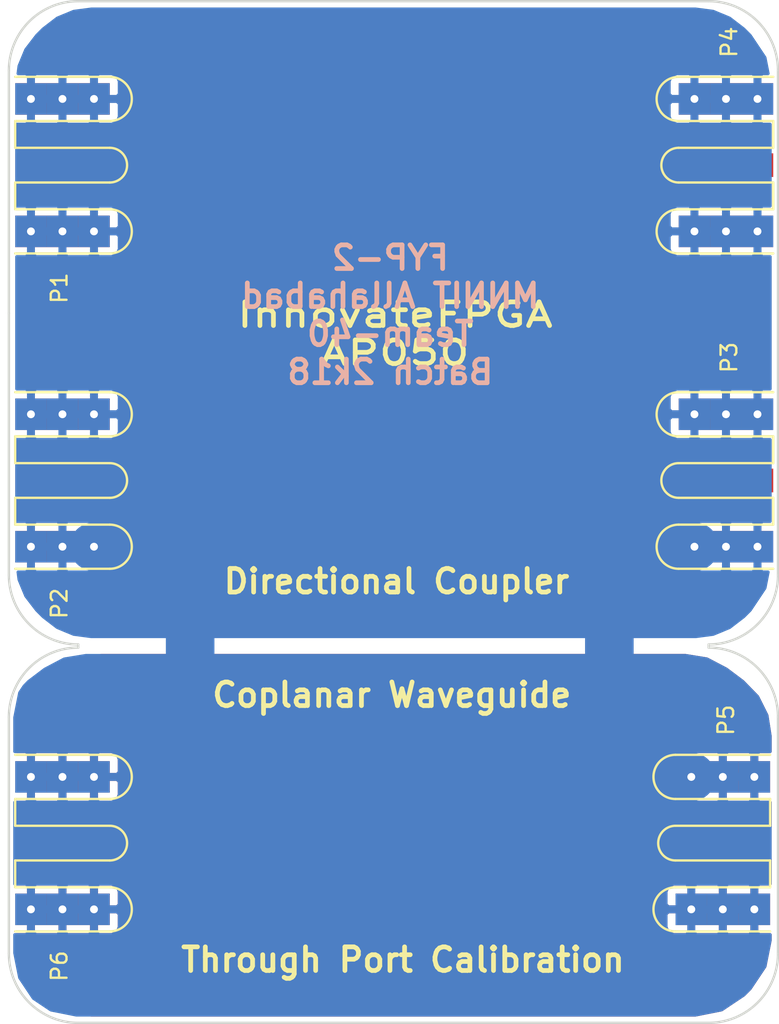
<source format=kicad_pcb>
(kicad_pcb (version 4) (host pcbnew 4.0.2+dfsg1-stable)

  (general
    (links 38)
    (no_connects 0)
    (area 125.036363 80.524999 174.475001 145.475001)
    (thickness 1.6)
    (drawings 22)
    (tracks 68)
    (zones 0)
    (modules 6)
    (nets 5)
  )

  (page A4)
  (layers
    (0 F.Cu signal)
    (31 B.Cu signal)
    (32 B.Adhes user)
    (33 F.Adhes user)
    (34 B.Paste user)
    (35 F.Paste user)
    (36 B.SilkS user)
    (37 F.SilkS user)
    (38 B.Mask user)
    (39 F.Mask user)
    (40 Dwgs.User user)
    (41 Cmts.User user)
    (42 Eco1.User user)
    (43 Eco2.User user)
    (44 Edge.Cuts user)
    (45 Margin user)
    (46 B.CrtYd user)
    (47 F.CrtYd user)
    (48 B.Fab user)
    (49 F.Fab user)
  )

  (setup
    (last_trace_width 0.25)
    (user_trace_width 1)
    (user_trace_width 3.083)
    (trace_clearance 0.2)
    (zone_clearance 0.2)
    (zone_45_only no)
    (trace_min 0.2)
    (segment_width 0.2)
    (edge_width 0.15)
    (via_size 0.6)
    (via_drill 0.4)
    (via_min_size 0.4)
    (via_min_drill 0.3)
    (user_via 0.4 0.3)
    (user_via 0.4 0.3)
    (uvia_size 0.3)
    (uvia_drill 0.1)
    (uvias_allowed no)
    (uvia_min_size 0.2)
    (uvia_min_drill 0.1)
    (pcb_text_width 0.3)
    (pcb_text_size 1.5 1.5)
    (mod_edge_width 0.15)
    (mod_text_size 1 1)
    (mod_text_width 0.15)
    (pad_size 1.524 1.524)
    (pad_drill 0.762)
    (pad_to_mask_clearance 0.2)
    (aux_axis_origin 0 0)
    (visible_elements FFFFFF7F)
    (pcbplotparams
      (layerselection 0x00030_80000001)
      (usegerberextensions false)
      (excludeedgelayer true)
      (linewidth 0.100000)
      (plotframeref false)
      (viasonmask false)
      (mode 1)
      (useauxorigin false)
      (hpglpennumber 1)
      (hpglpenspeed 20)
      (hpglpendiameter 15)
      (hpglpenoverlay 2)
      (psnegative false)
      (psa4output false)
      (plotreference true)
      (plotvalue true)
      (plotinvisibletext false)
      (padsonsilk false)
      (subtractmaskfromsilk false)
      (outputformat 1)
      (mirror false)
      (drillshape 1)
      (scaleselection 1)
      (outputdirectory ""))
  )

  (net 0 "")
  (net 1 GND)
  (net 2 "Net-(P1-Pad1)")
  (net 3 "Net-(P2-Pad1)")
  (net 4 "Net-(P5-Pad1)")

  (net_class Default "This is the default net class."
    (clearance 0.2)
    (trace_width 0.25)
    (via_dia 0.6)
    (via_drill 0.4)
    (uvia_dia 0.3)
    (uvia_drill 0.1)
    (add_net GND)
    (add_net "Net-(P1-Pad1)")
    (add_net "Net-(P2-Pad1)")
    (add_net "Net-(P5-Pad1)")
  )

  (module DAQ:SMA (layer F.Cu) (tedit 5ABB7DF9) (tstamp 5AC88A8A)
    (at 128 91 90)
    (path /5AC7B71F)
    (fp_text reference P1 (at -7.8 0.8 90) (layer F.SilkS)
      (effects (font (size 1 1) (thickness 0.15)))
    )
    (fp_text value SMA (at 7.3 1.2 90) (layer F.Fab)
      (effects (font (size 1 1) (thickness 0.15)))
    )
    (fp_arc (start 4.2 4) (end 5.6 4) (angle 180) (layer F.SilkS) (width 0.15))
    (fp_line (start 2.8 -2) (end 2.8 4) (layer F.SilkS) (width 0.15))
    (fp_line (start 1.1 -2) (end 2.8 -2) (layer F.SilkS) (width 0.15))
    (fp_line (start 1.1 4) (end 1.1 -2) (layer F.SilkS) (width 0.15))
    (fp_arc (start 0 4) (end 1.1 4) (angle 180) (layer F.SilkS) (width 0.15))
    (fp_line (start -1.1 -2) (end -1.1 4) (layer F.SilkS) (width 0.15))
    (fp_line (start -2.8 -2) (end -1.1 -2) (layer F.SilkS) (width 0.15))
    (fp_line (start -2.8 4) (end -2.8 -2) (layer F.SilkS) (width 0.15))
    (fp_arc (start -4.2 4) (end -2.8 4) (angle 180) (layer F.SilkS) (width 0.15))
    (fp_line (start 5.6 -2) (end 5.6 4) (layer F.SilkS) (width 0.15))
    (fp_line (start -5.6 -2) (end -5.6 4) (layer F.SilkS) (width 0.15))
    (pad 2 thru_hole rect (at -4.2 -1 90) (size 2 2) (drill 0.5) (layers *.Cu *.Paste *.Mask)
      (net 1 GND))
    (pad 2 thru_hole rect (at -4.2 1 90) (size 2 2) (drill 0.5) (layers *.Cu *.Paste *.Mask)
      (net 1 GND))
    (pad 2 thru_hole rect (at -4.2 3 90) (size 2 2) (drill 0.5) (layers *.Cu *.Paste *.Mask)
      (net 1 GND))
    (pad 2 thru_hole rect (at 4.2 -1 90) (size 2 2) (drill 0.5) (layers *.Cu *.Paste *.Mask)
      (net 1 GND))
    (pad 2 thru_hole rect (at 4.2 1 90) (size 2 2) (drill 0.5) (layers *.Cu *.Paste *.Mask)
      (net 1 GND))
    (pad 2 thru_hole rect (at 4.2 3 90) (size 2 2) (drill 0.5) (layers *.Cu *.Paste *.Mask)
      (net 1 GND))
    (pad 1 smd rect (at 0 1 90) (size 1.5 6) (layers F.Cu F.Paste F.Mask)
      (net 2 "Net-(P1-Pad1)"))
    (model "../../../../../media/subha/Study Materials/Git/Microwave_Sensor_FYP2/KiCAD_PCB_Design/DAQ/SMA_Board_Edge_Molex_732511150.wrl"
      (at (xyz 0 0.075 0))
      (scale (xyz 0.4 0.4 0.4))
      (rotate (xyz 0 0 180))
    )
  )

  (module DAQ:SMA (layer F.Cu) (tedit 5ABB7DF9) (tstamp 5AC88AA0)
    (at 128 111 90)
    (path /5AC7B788)
    (fp_text reference P2 (at -7.8 0.8 90) (layer F.SilkS)
      (effects (font (size 1 1) (thickness 0.15)))
    )
    (fp_text value SMA (at 7.3 1.2 90) (layer F.Fab)
      (effects (font (size 1 1) (thickness 0.15)))
    )
    (fp_arc (start 4.2 4) (end 5.6 4) (angle 180) (layer F.SilkS) (width 0.15))
    (fp_line (start 2.8 -2) (end 2.8 4) (layer F.SilkS) (width 0.15))
    (fp_line (start 1.1 -2) (end 2.8 -2) (layer F.SilkS) (width 0.15))
    (fp_line (start 1.1 4) (end 1.1 -2) (layer F.SilkS) (width 0.15))
    (fp_arc (start 0 4) (end 1.1 4) (angle 180) (layer F.SilkS) (width 0.15))
    (fp_line (start -1.1 -2) (end -1.1 4) (layer F.SilkS) (width 0.15))
    (fp_line (start -2.8 -2) (end -1.1 -2) (layer F.SilkS) (width 0.15))
    (fp_line (start -2.8 4) (end -2.8 -2) (layer F.SilkS) (width 0.15))
    (fp_arc (start -4.2 4) (end -2.8 4) (angle 180) (layer F.SilkS) (width 0.15))
    (fp_line (start 5.6 -2) (end 5.6 4) (layer F.SilkS) (width 0.15))
    (fp_line (start -5.6 -2) (end -5.6 4) (layer F.SilkS) (width 0.15))
    (pad 2 thru_hole rect (at -4.2 -1 90) (size 2 2) (drill 0.5) (layers *.Cu *.Paste *.Mask)
      (net 1 GND))
    (pad 2 thru_hole rect (at -4.2 1 90) (size 2 2) (drill 0.5) (layers *.Cu *.Paste *.Mask)
      (net 1 GND))
    (pad 2 thru_hole rect (at -4.2 3 90) (size 2 2) (drill 0.5) (layers *.Cu *.Paste *.Mask)
      (net 1 GND))
    (pad 2 thru_hole rect (at 4.2 -1 90) (size 2 2) (drill 0.5) (layers *.Cu *.Paste *.Mask)
      (net 1 GND))
    (pad 2 thru_hole rect (at 4.2 1 90) (size 2 2) (drill 0.5) (layers *.Cu *.Paste *.Mask)
      (net 1 GND))
    (pad 2 thru_hole rect (at 4.2 3 90) (size 2 2) (drill 0.5) (layers *.Cu *.Paste *.Mask)
      (net 1 GND))
    (pad 1 smd rect (at 0 1 90) (size 1.5 6) (layers F.Cu F.Paste F.Mask)
      (net 3 "Net-(P2-Pad1)"))
    (model "../../../../../media/subha/Study Materials/Git/Microwave_Sensor_FYP2/KiCAD_PCB_Design/DAQ/SMA_Board_Edge_Molex_732511150.wrl"
      (at (xyz 0 0.075 0))
      (scale (xyz 0.4 0.4 0.4))
      (rotate (xyz 0 0 180))
    )
  )

  (module DAQ:SMA (layer F.Cu) (tedit 5ABB7DF9) (tstamp 5AC88AB6)
    (at 172.1 111 270)
    (path /5AC7B74A)
    (fp_text reference P3 (at -7.8 0.8 270) (layer F.SilkS)
      (effects (font (size 1 1) (thickness 0.15)))
    )
    (fp_text value SMA (at 7.3 1.2 270) (layer F.Fab)
      (effects (font (size 1 1) (thickness 0.15)))
    )
    (fp_arc (start 4.2 4) (end 5.6 4) (angle 180) (layer F.SilkS) (width 0.15))
    (fp_line (start 2.8 -2) (end 2.8 4) (layer F.SilkS) (width 0.15))
    (fp_line (start 1.1 -2) (end 2.8 -2) (layer F.SilkS) (width 0.15))
    (fp_line (start 1.1 4) (end 1.1 -2) (layer F.SilkS) (width 0.15))
    (fp_arc (start 0 4) (end 1.1 4) (angle 180) (layer F.SilkS) (width 0.15))
    (fp_line (start -1.1 -2) (end -1.1 4) (layer F.SilkS) (width 0.15))
    (fp_line (start -2.8 -2) (end -1.1 -2) (layer F.SilkS) (width 0.15))
    (fp_line (start -2.8 4) (end -2.8 -2) (layer F.SilkS) (width 0.15))
    (fp_arc (start -4.2 4) (end -2.8 4) (angle 180) (layer F.SilkS) (width 0.15))
    (fp_line (start 5.6 -2) (end 5.6 4) (layer F.SilkS) (width 0.15))
    (fp_line (start -5.6 -2) (end -5.6 4) (layer F.SilkS) (width 0.15))
    (pad 2 thru_hole rect (at -4.2 -1 270) (size 2 2) (drill 0.5) (layers *.Cu *.Paste *.Mask)
      (net 1 GND))
    (pad 2 thru_hole rect (at -4.2 1 270) (size 2 2) (drill 0.5) (layers *.Cu *.Paste *.Mask)
      (net 1 GND))
    (pad 2 thru_hole rect (at -4.2 3 270) (size 2 2) (drill 0.5) (layers *.Cu *.Paste *.Mask)
      (net 1 GND))
    (pad 2 thru_hole rect (at 4.2 -1 270) (size 2 2) (drill 0.5) (layers *.Cu *.Paste *.Mask)
      (net 1 GND))
    (pad 2 thru_hole rect (at 4.2 1 270) (size 2 2) (drill 0.5) (layers *.Cu *.Paste *.Mask)
      (net 1 GND))
    (pad 2 thru_hole rect (at 4.2 3 270) (size 2 2) (drill 0.5) (layers *.Cu *.Paste *.Mask)
      (net 1 GND))
    (pad 1 smd rect (at 0 1 270) (size 1.5 6) (layers F.Cu F.Paste F.Mask)
      (net 3 "Net-(P2-Pad1)"))
    (model "../../../../../media/subha/Study Materials/Git/Microwave_Sensor_FYP2/KiCAD_PCB_Design/DAQ/SMA_Board_Edge_Molex_732511150.wrl"
      (at (xyz 0 0.075 0))
      (scale (xyz 0.4 0.4 0.4))
      (rotate (xyz 0 0 180))
    )
  )

  (module DAQ:SMA (layer F.Cu) (tedit 5ABB7DF9) (tstamp 5AC88ACC)
    (at 172.1 91 270)
    (path /5AC7B6A3)
    (fp_text reference P4 (at -7.8 0.8 270) (layer F.SilkS)
      (effects (font (size 1 1) (thickness 0.15)))
    )
    (fp_text value SMA (at 7.3 1.2 270) (layer F.Fab)
      (effects (font (size 1 1) (thickness 0.15)))
    )
    (fp_arc (start 4.2 4) (end 5.6 4) (angle 180) (layer F.SilkS) (width 0.15))
    (fp_line (start 2.8 -2) (end 2.8 4) (layer F.SilkS) (width 0.15))
    (fp_line (start 1.1 -2) (end 2.8 -2) (layer F.SilkS) (width 0.15))
    (fp_line (start 1.1 4) (end 1.1 -2) (layer F.SilkS) (width 0.15))
    (fp_arc (start 0 4) (end 1.1 4) (angle 180) (layer F.SilkS) (width 0.15))
    (fp_line (start -1.1 -2) (end -1.1 4) (layer F.SilkS) (width 0.15))
    (fp_line (start -2.8 -2) (end -1.1 -2) (layer F.SilkS) (width 0.15))
    (fp_line (start -2.8 4) (end -2.8 -2) (layer F.SilkS) (width 0.15))
    (fp_arc (start -4.2 4) (end -2.8 4) (angle 180) (layer F.SilkS) (width 0.15))
    (fp_line (start 5.6 -2) (end 5.6 4) (layer F.SilkS) (width 0.15))
    (fp_line (start -5.6 -2) (end -5.6 4) (layer F.SilkS) (width 0.15))
    (pad 2 thru_hole rect (at -4.2 -1 270) (size 2 2) (drill 0.5) (layers *.Cu *.Paste *.Mask)
      (net 1 GND))
    (pad 2 thru_hole rect (at -4.2 1 270) (size 2 2) (drill 0.5) (layers *.Cu *.Paste *.Mask)
      (net 1 GND))
    (pad 2 thru_hole rect (at -4.2 3 270) (size 2 2) (drill 0.5) (layers *.Cu *.Paste *.Mask)
      (net 1 GND))
    (pad 2 thru_hole rect (at 4.2 -1 270) (size 2 2) (drill 0.5) (layers *.Cu *.Paste *.Mask)
      (net 1 GND))
    (pad 2 thru_hole rect (at 4.2 1 270) (size 2 2) (drill 0.5) (layers *.Cu *.Paste *.Mask)
      (net 1 GND))
    (pad 2 thru_hole rect (at 4.2 3 270) (size 2 2) (drill 0.5) (layers *.Cu *.Paste *.Mask)
      (net 1 GND))
    (pad 1 smd rect (at 0 1 270) (size 1.5 6) (layers F.Cu F.Paste F.Mask)
      (net 2 "Net-(P1-Pad1)"))
    (model "../../../../../media/subha/Study Materials/Git/Microwave_Sensor_FYP2/KiCAD_PCB_Design/DAQ/SMA_Board_Edge_Molex_732511150.wrl"
      (at (xyz 0 0.075 0))
      (scale (xyz 0.4 0.4 0.4))
      (rotate (xyz 0 0 180))
    )
  )

  (module DAQ:SMA (layer F.Cu) (tedit 5ABB7DF9) (tstamp 5AC88AE2)
    (at 171.9 134 270)
    (path /5AC7C2E1)
    (fp_text reference P5 (at -7.8 0.8 270) (layer F.SilkS)
      (effects (font (size 1 1) (thickness 0.15)))
    )
    (fp_text value SMA (at 7.3 1.2 270) (layer F.Fab)
      (effects (font (size 1 1) (thickness 0.15)))
    )
    (fp_arc (start 4.2 4) (end 5.6 4) (angle 180) (layer F.SilkS) (width 0.15))
    (fp_line (start 2.8 -2) (end 2.8 4) (layer F.SilkS) (width 0.15))
    (fp_line (start 1.1 -2) (end 2.8 -2) (layer F.SilkS) (width 0.15))
    (fp_line (start 1.1 4) (end 1.1 -2) (layer F.SilkS) (width 0.15))
    (fp_arc (start 0 4) (end 1.1 4) (angle 180) (layer F.SilkS) (width 0.15))
    (fp_line (start -1.1 -2) (end -1.1 4) (layer F.SilkS) (width 0.15))
    (fp_line (start -2.8 -2) (end -1.1 -2) (layer F.SilkS) (width 0.15))
    (fp_line (start -2.8 4) (end -2.8 -2) (layer F.SilkS) (width 0.15))
    (fp_arc (start -4.2 4) (end -2.8 4) (angle 180) (layer F.SilkS) (width 0.15))
    (fp_line (start 5.6 -2) (end 5.6 4) (layer F.SilkS) (width 0.15))
    (fp_line (start -5.6 -2) (end -5.6 4) (layer F.SilkS) (width 0.15))
    (pad 2 thru_hole rect (at -4.2 -1 270) (size 2 2) (drill 0.5) (layers *.Cu *.Paste *.Mask)
      (net 1 GND))
    (pad 2 thru_hole rect (at -4.2 1 270) (size 2 2) (drill 0.5) (layers *.Cu *.Paste *.Mask)
      (net 1 GND))
    (pad 2 thru_hole rect (at -4.2 3 270) (size 2 2) (drill 0.5) (layers *.Cu *.Paste *.Mask)
      (net 1 GND))
    (pad 2 thru_hole rect (at 4.2 -1 270) (size 2 2) (drill 0.5) (layers *.Cu *.Paste *.Mask)
      (net 1 GND))
    (pad 2 thru_hole rect (at 4.2 1 270) (size 2 2) (drill 0.5) (layers *.Cu *.Paste *.Mask)
      (net 1 GND))
    (pad 2 thru_hole rect (at 4.2 3 270) (size 2 2) (drill 0.5) (layers *.Cu *.Paste *.Mask)
      (net 1 GND))
    (pad 1 smd rect (at 0 1 270) (size 1.5 6) (layers F.Cu F.Paste F.Mask)
      (net 4 "Net-(P5-Pad1)"))
    (model "../../../../../media/subha/Study Materials/Git/Microwave_Sensor_FYP2/KiCAD_PCB_Design/DAQ/SMA_Board_Edge_Molex_732511150.wrl"
      (at (xyz 0 0.075 0))
      (scale (xyz 0.4 0.4 0.4))
      (rotate (xyz 0 0 180))
    )
  )

  (module DAQ:SMA (layer F.Cu) (tedit 5ABB7DF9) (tstamp 5AC88AF8)
    (at 128 134 90)
    (path /5AC7C2DB)
    (fp_text reference P6 (at -7.8 0.8 90) (layer F.SilkS)
      (effects (font (size 1 1) (thickness 0.15)))
    )
    (fp_text value SMA (at 7.3 1.2 90) (layer F.Fab)
      (effects (font (size 1 1) (thickness 0.15)))
    )
    (fp_arc (start 4.2 4) (end 5.6 4) (angle 180) (layer F.SilkS) (width 0.15))
    (fp_line (start 2.8 -2) (end 2.8 4) (layer F.SilkS) (width 0.15))
    (fp_line (start 1.1 -2) (end 2.8 -2) (layer F.SilkS) (width 0.15))
    (fp_line (start 1.1 4) (end 1.1 -2) (layer F.SilkS) (width 0.15))
    (fp_arc (start 0 4) (end 1.1 4) (angle 180) (layer F.SilkS) (width 0.15))
    (fp_line (start -1.1 -2) (end -1.1 4) (layer F.SilkS) (width 0.15))
    (fp_line (start -2.8 -2) (end -1.1 -2) (layer F.SilkS) (width 0.15))
    (fp_line (start -2.8 4) (end -2.8 -2) (layer F.SilkS) (width 0.15))
    (fp_arc (start -4.2 4) (end -2.8 4) (angle 180) (layer F.SilkS) (width 0.15))
    (fp_line (start 5.6 -2) (end 5.6 4) (layer F.SilkS) (width 0.15))
    (fp_line (start -5.6 -2) (end -5.6 4) (layer F.SilkS) (width 0.15))
    (pad 2 thru_hole rect (at -4.2 -1 90) (size 2 2) (drill 0.5) (layers *.Cu *.Paste *.Mask)
      (net 1 GND))
    (pad 2 thru_hole rect (at -4.2 1 90) (size 2 2) (drill 0.5) (layers *.Cu *.Paste *.Mask)
      (net 1 GND))
    (pad 2 thru_hole rect (at -4.2 3 90) (size 2 2) (drill 0.5) (layers *.Cu *.Paste *.Mask)
      (net 1 GND))
    (pad 2 thru_hole rect (at 4.2 -1 90) (size 2 2) (drill 0.5) (layers *.Cu *.Paste *.Mask)
      (net 1 GND))
    (pad 2 thru_hole rect (at 4.2 1 90) (size 2 2) (drill 0.5) (layers *.Cu *.Paste *.Mask)
      (net 1 GND))
    (pad 2 thru_hole rect (at 4.2 3 90) (size 2 2) (drill 0.5) (layers *.Cu *.Paste *.Mask)
      (net 1 GND))
    (pad 1 smd rect (at 0 1 90) (size 1.5 6) (layers F.Cu F.Paste F.Mask)
      (net 4 "Net-(P5-Pad1)"))
    (model "../../../../../media/subha/Study Materials/Git/Microwave_Sensor_FYP2/KiCAD_PCB_Design/DAQ/SMA_Board_Edge_Molex_732511150.wrl"
      (at (xyz 0 0.075 0))
      (scale (xyz 0.4 0.4 0.4))
      (rotate (xyz 0 0 180))
    )
  )

  (gr_text "FYP-2\nMNNIT Allahabad\nTeam-40\nBatch 2k18" (at 149.8 100.5) (layer B.SilkS)
    (effects (font (size 1.5 1.5) (thickness 0.3)) (justify mirror))
  )
  (gr_text "Coplanar Waveguide" (at 149.9 124.6) (layer F.SilkS)
    (effects (font (size 1.5 1.5) (thickness 0.3)))
  )
  (gr_text "InnovateFPGA\nAP050" (at 150.1 101.7) (layer F.SilkS)
    (effects (font (size 1.5 2) (thickness 0.3)))
  )
  (gr_text "Directional Coupler" (at 150.2 117.4) (layer F.SilkS)
    (effects (font (size 1.5 1.5) (thickness 0.3)))
  )
  (gr_text "Through Port Calibration" (at 150.6 141.4) (layer F.SilkS)
    (effects (font (size 1.5 1.5) (thickness 0.3)))
  )
  (gr_line (start 130 145.4) (end 170 145.4) (layer Edge.Cuts) (width 0.15))
  (gr_arc (start 170 141) (end 174.4 141) (angle 90) (layer Edge.Cuts) (width 0.15))
  (gr_arc (start 130 141) (end 130 145.4) (angle 90) (layer Edge.Cuts) (width 0.15))
  (gr_line (start 174.4 126) (end 174.4 141) (layer Edge.Cuts) (width 0.15))
  (gr_line (start 125.6 126) (end 125.6 141) (layer Edge.Cuts) (width 0.15))
  (gr_line (start 170 121.4) (end 170 121.6) (layer Edge.Cuts) (width 0.15))
  (gr_arc (start 170 126) (end 170 121.6) (angle 90) (layer Edge.Cuts) (width 0.15))
  (gr_arc (start 130 126) (end 125.6 126) (angle 90) (layer Edge.Cuts) (width 0.15))
  (gr_line (start 130 121.4) (end 130 121.6) (layer Edge.Cuts) (width 0.15))
  (gr_arc (start 170 117) (end 174.4 117) (angle 90) (layer Edge.Cuts) (width 0.15))
  (gr_arc (start 170 85) (end 170 80.6) (angle 90) (layer Edge.Cuts) (width 0.15))
  (gr_line (start 130 80.6) (end 170 80.6) (layer Edge.Cuts) (width 0.15))
  (gr_arc (start 130 117) (end 130 121.4) (angle 90) (layer Edge.Cuts) (width 0.15))
  (gr_arc (start 130 85) (end 125.6 85) (angle 90) (layer Edge.Cuts) (width 0.15))
  (gr_line (start 174.4 117) (end 174.4 85) (layer Edge.Cuts) (width 0.15))
  (gr_line (start 125.6 100.4) (end 125.6 117) (layer Edge.Cuts) (width 0.15))
  (gr_line (start 125.6 85) (end 125.6 100.4) (layer Edge.Cuts) (width 0.15))

  (segment (start 169.1 115.2) (end 165.017 115.2) (width 3.083) (layer B.Cu) (net 1))
  (segment (start 165.017 115.2) (end 163.7 116.517) (width 3.083) (layer B.Cu) (net 1))
  (segment (start 163.7 116.517) (end 163.7 128.683) (width 3.083) (layer B.Cu) (net 1))
  (segment (start 163.7 128.683) (end 164.817 129.8) (width 3.083) (layer B.Cu) (net 1))
  (segment (start 164.817 129.8) (end 168.9 129.8) (width 3.083) (layer B.Cu) (net 1))
  (segment (start 137.1 117.217) (end 137.1 127.7) (width 3.083) (layer B.Cu) (net 1))
  (segment (start 137.1 127.7) (end 135 129.8) (width 3.083) (layer B.Cu) (net 1))
  (segment (start 131 115.2) (end 135.083 115.2) (width 3.083) (layer B.Cu) (net 1))
  (segment (start 135.083 115.2) (end 137.1 117.217) (width 3.083) (layer B.Cu) (net 1))
  (segment (start 165 115.2) (end 169.1 115.2) (width 0.25) (layer B.Cu) (net 1))
  (segment (start 135 115.2) (end 165 115.2) (width 0.25) (layer B.Cu) (net 1))
  (segment (start 135 129.8) (end 165.1 129.8) (width 0.25) (layer B.Cu) (net 1))
  (segment (start 165.1 129.8) (end 168.9 129.8) (width 0.25) (layer B.Cu) (net 1))
  (segment (start 165 129.7) (end 165.1 129.8) (width 0.25) (layer B.Cu) (net 1))
  (segment (start 131 115.2) (end 135 115.2) (width 0.25) (layer B.Cu) (net 1))
  (segment (start 131 129.8) (end 135 129.8) (width 0.25) (layer B.Cu) (net 1))
  (segment (start 169.1 106.8) (end 169.1 115.2) (width 0.25) (layer B.Cu) (net 1))
  (segment (start 131 106.8) (end 131 115.2) (width 0.25) (layer B.Cu) (net 1))
  (segment (start 171.1 95.2) (end 171.1 106.8) (width 0.25) (layer B.Cu) (net 1))
  (segment (start 129 95.2) (end 129 106.8) (width 0.25) (layer B.Cu) (net 1))
  (segment (start 173.1 86.8) (end 173.1 88.05) (width 0.25) (layer B.Cu) (net 1))
  (segment (start 173.1 88.05) (end 173.1 95.2) (width 0.25) (layer B.Cu) (net 1))
  (segment (start 127 95.2) (end 127 87.55) (width 0.25) (layer B.Cu) (net 1))
  (segment (start 127 87.55) (end 127 86.8) (width 0.25) (layer B.Cu) (net 1))
  (segment (start 127 129.8) (end 127 138.2) (width 0.25) (layer B.Cu) (net 1))
  (segment (start 172.9 129.8) (end 172.9 138.2) (width 0.25) (layer B.Cu) (net 1))
  (segment (start 173.1 129.6) (end 172.9 129.8) (width 0.25) (layer B.Cu) (net 1))
  (segment (start 127 115.2) (end 127 116.45) (width 0.25) (layer B.Cu) (net 1))
  (segment (start 131 138.2) (end 168.9 138.2) (width 0.25) (layer B.Cu) (net 1))
  (segment (start 131 106.8) (end 169.1 106.8) (width 0.25) (layer B.Cu) (net 1))
  (segment (start 131 95.2) (end 169.1 95.2) (width 0.25) (layer B.Cu) (net 1))
  (segment (start 169.1 86.8) (end 131 86.8) (width 0.25) (layer B.Cu) (net 1))
  (segment (start 171.1 86.8) (end 169.1 86.8) (width 0.25) (layer F.Cu) (net 1))
  (segment (start 173.1 86.8) (end 171.1 86.8) (width 0.25) (layer F.Cu) (net 1))
  (segment (start 171.1 95.2) (end 169.1 95.2) (width 0.25) (layer F.Cu) (net 1))
  (segment (start 173.1 95.2) (end 171.1 95.2) (width 0.25) (layer F.Cu) (net 1))
  (segment (start 171.1 106.8) (end 169.1 106.8) (width 0.25) (layer F.Cu) (net 1))
  (segment (start 173.1 106.8) (end 171.1 106.8) (width 0.25) (layer F.Cu) (net 1))
  (segment (start 171.1 115.2) (end 169.1 115.2) (width 0.25) (layer F.Cu) (net 1))
  (segment (start 173.1 115.2) (end 171.1 115.2) (width 0.25) (layer F.Cu) (net 1))
  (segment (start 170.9 129.8) (end 168.9 129.8) (width 0.25) (layer F.Cu) (net 1))
  (segment (start 172.9 129.8) (end 170.9 129.8) (width 0.25) (layer F.Cu) (net 1))
  (segment (start 170.9 138.2) (end 168.9 138.2) (width 0.25) (layer F.Cu) (net 1))
  (segment (start 172.9 138.2) (end 170.9 138.2) (width 0.25) (layer F.Cu) (net 1))
  (segment (start 129 138.2) (end 127 138.2) (width 0.25) (layer F.Cu) (net 1))
  (segment (start 131 138.2) (end 129 138.2) (width 0.25) (layer F.Cu) (net 1))
  (segment (start 127 129.8) (end 129 129.8) (width 0.25) (layer F.Cu) (net 1))
  (segment (start 131 129.8) (end 129 129.8) (width 0.25) (layer F.Cu) (net 1))
  (segment (start 129 115.2) (end 127 115.2) (width 0.25) (layer F.Cu) (net 1))
  (segment (start 131 115.2) (end 129 115.2) (width 0.25) (layer F.Cu) (net 1))
  (segment (start 129 106.8) (end 127 106.8) (width 0.25) (layer F.Cu) (net 1))
  (segment (start 131 106.8) (end 129 106.8) (width 0.25) (layer F.Cu) (net 1))
  (segment (start 129 95.2) (end 127 95.2) (width 0.25) (layer F.Cu) (net 1))
  (segment (start 131 95.2) (end 129 95.2) (width 0.25) (layer F.Cu) (net 1))
  (segment (start 129 86.8) (end 127 86.8) (width 0.25) (layer F.Cu) (net 1))
  (segment (start 131 86.8) (end 129 86.8) (width 0.25) (layer F.Cu) (net 1))
  (segment (start 129 91) (end 135.083 91) (width 3.083) (layer F.Cu) (net 2))
  (segment (start 135.083 91) (end 171.1 91) (width 3.083) (layer F.Cu) (net 2))
  (segment (start 129 111) (end 136.523154 111) (width 3.083) (layer F.Cu) (net 3))
  (segment (start 136.523154 111) (end 138 109.523154) (width 3.083) (layer F.Cu) (net 3))
  (segment (start 138 109.523154) (end 138 96.3) (width 3.083) (layer F.Cu) (net 3))
  (segment (start 138 96.3) (end 140.01699 94.28301) (width 3.083) (layer F.Cu) (net 3))
  (segment (start 162.1 96.3) (end 162.1 109.5) (width 3.083) (layer F.Cu) (net 3))
  (segment (start 140.01699 94.28301) (end 160.08301 94.28301) (width 3.083) (layer F.Cu) (net 3))
  (segment (start 160.08301 94.28301) (end 162.1 96.3) (width 3.083) (layer F.Cu) (net 3))
  (segment (start 162.1 109.5) (end 163.6 111) (width 3.083) (layer F.Cu) (net 3))
  (segment (start 163.6 111) (end 171.1 111) (width 3.083) (layer F.Cu) (net 3))
  (segment (start 129 134) (end 170.9 134) (width 1) (layer F.Cu) (net 4))

  (zone (net 1) (net_name GND) (layer F.Cu) (tstamp 0) (hatch edge 0.508)
    (connect_pads (clearance 0.2))
    (min_thickness 0.2)
    (fill yes (arc_segments 16) (thermal_gap 0.508) (thermal_bridge_width 0.508) (smoothing fillet) (radius 4.4))
    (polygon
      (pts
        (xy 130 122) (xy 170 122) (xy 174 125) (xy 174 142) (xy 171 145)
        (xy 129 145) (xy 126 142) (xy 126 125)
      )
    )
    (filled_polygon
      (pts
        (xy 167.615042 134.861173) (xy 167.680745 134.963279) (xy 167.780997 135.031778) (xy 167.9 135.055877) (xy 173.9 135.055877)
        (xy 173.9 136.592) (xy 173.206 136.592) (xy 173.054 136.744) (xy 173.054 138.046) (xy 173.074 138.046)
        (xy 173.074 138.354) (xy 173.054 138.354) (xy 173.054 139.656) (xy 173.206 139.808) (xy 173.9 139.808)
        (xy 173.9 140.167609) (xy 173.570871 141.82225) (xy 172.633596 143.224982) (xy 172.224982 143.633596) (xy 170.82225 144.570871)
        (xy 169.167609 144.9) (xy 130.832391 144.9) (xy 129.17775 144.570871) (xy 127.775018 143.633596) (xy 127.364071 143.222649)
        (xy 126.676838 142.32703) (xy 126.247351 141.290158) (xy 126.1 140.170909) (xy 126.1 139.808) (xy 126.694 139.808)
        (xy 126.846 139.656) (xy 126.846 138.354) (xy 127.154 138.354) (xy 127.154 139.656) (xy 127.306 139.808)
        (xy 128.694 139.808) (xy 128.846 139.656) (xy 128.846 138.354) (xy 129.154 138.354) (xy 129.154 139.656)
        (xy 129.306 139.808) (xy 130.694 139.808) (xy 130.846 139.656) (xy 130.846 138.354) (xy 131.154 138.354)
        (xy 131.154 139.656) (xy 131.306 139.808) (xy 132.120938 139.808) (xy 132.344404 139.715438) (xy 132.515437 139.544405)
        (xy 132.608 139.320939) (xy 132.608 138.506) (xy 167.292 138.506) (xy 167.292 139.320939) (xy 167.384563 139.544405)
        (xy 167.555596 139.715438) (xy 167.779062 139.808) (xy 168.594 139.808) (xy 168.746 139.656) (xy 168.746 138.354)
        (xy 169.054 138.354) (xy 169.054 139.656) (xy 169.206 139.808) (xy 170.594 139.808) (xy 170.746 139.656)
        (xy 170.746 138.354) (xy 171.054 138.354) (xy 171.054 139.656) (xy 171.206 139.808) (xy 172.594 139.808)
        (xy 172.746 139.656) (xy 172.746 138.354) (xy 171.054 138.354) (xy 170.746 138.354) (xy 169.054 138.354)
        (xy 168.746 138.354) (xy 167.444 138.354) (xy 167.292 138.506) (xy 132.608 138.506) (xy 132.456 138.354)
        (xy 131.154 138.354) (xy 130.846 138.354) (xy 129.154 138.354) (xy 128.846 138.354) (xy 127.154 138.354)
        (xy 126.846 138.354) (xy 126.826 138.354) (xy 126.826 138.046) (xy 126.846 138.046) (xy 126.846 136.744)
        (xy 127.154 136.744) (xy 127.154 138.046) (xy 128.846 138.046) (xy 128.846 136.744) (xy 129.154 136.744)
        (xy 129.154 138.046) (xy 130.846 138.046) (xy 130.846 136.744) (xy 131.154 136.744) (xy 131.154 138.046)
        (xy 132.456 138.046) (xy 132.608 137.894) (xy 132.608 137.079061) (xy 167.292 137.079061) (xy 167.292 137.894)
        (xy 167.444 138.046) (xy 168.746 138.046) (xy 168.746 136.744) (xy 169.054 136.744) (xy 169.054 138.046)
        (xy 170.746 138.046) (xy 170.746 136.744) (xy 171.054 136.744) (xy 171.054 138.046) (xy 172.746 138.046)
        (xy 172.746 136.744) (xy 172.594 136.592) (xy 171.206 136.592) (xy 171.054 136.744) (xy 170.746 136.744)
        (xy 170.594 136.592) (xy 169.206 136.592) (xy 169.054 136.744) (xy 168.746 136.744) (xy 168.594 136.592)
        (xy 167.779062 136.592) (xy 167.555596 136.684562) (xy 167.384563 136.855595) (xy 167.292 137.079061) (xy 132.608 137.079061)
        (xy 132.515437 136.855595) (xy 132.344404 136.684562) (xy 132.120938 136.592) (xy 131.306 136.592) (xy 131.154 136.744)
        (xy 130.846 136.744) (xy 130.694 136.592) (xy 129.306 136.592) (xy 129.154 136.744) (xy 128.846 136.744)
        (xy 128.694 136.592) (xy 127.306 136.592) (xy 127.154 136.744) (xy 126.846 136.744) (xy 126.694 136.592)
        (xy 126.1 136.592) (xy 126.1 135.055877) (xy 132 135.055877) (xy 132.111173 135.034958) (xy 132.213279 134.969255)
        (xy 132.281778 134.869003) (xy 132.295752 134.8) (xy 167.603531 134.8)
      )
    )
    (filled_polygon
      (pts
        (xy 169.892699 122.321903) (xy 171.119783 122.964837) (xy 172.173806 123.755354) (xy 173.103193 124.708563) (xy 173.695066 125.892308)
        (xy 173.9 127.207742) (xy 173.9 128.192) (xy 173.206 128.192) (xy 173.054 128.344) (xy 173.054 129.646)
        (xy 173.074 129.646) (xy 173.074 129.954) (xy 173.054 129.954) (xy 173.054 131.256) (xy 173.206 131.408)
        (xy 173.9 131.408) (xy 173.9 132.944123) (xy 167.9 132.944123) (xy 167.788827 132.965042) (xy 167.686721 133.030745)
        (xy 167.618222 133.130997) (xy 167.604248 133.2) (xy 132.296469 133.2) (xy 132.284958 133.138827) (xy 132.219255 133.036721)
        (xy 132.119003 132.968222) (xy 132 132.944123) (xy 126.1 132.944123) (xy 126.1 131.408) (xy 126.694 131.408)
        (xy 126.846 131.256) (xy 126.846 129.954) (xy 127.154 129.954) (xy 127.154 131.256) (xy 127.306 131.408)
        (xy 128.694 131.408) (xy 128.846 131.256) (xy 128.846 129.954) (xy 129.154 129.954) (xy 129.154 131.256)
        (xy 129.306 131.408) (xy 130.694 131.408) (xy 130.846 131.256) (xy 130.846 129.954) (xy 131.154 129.954)
        (xy 131.154 131.256) (xy 131.306 131.408) (xy 132.120938 131.408) (xy 132.344404 131.315438) (xy 132.515437 131.144405)
        (xy 132.608 130.920939) (xy 132.608 130.106) (xy 167.292 130.106) (xy 167.292 130.920939) (xy 167.384563 131.144405)
        (xy 167.555596 131.315438) (xy 167.779062 131.408) (xy 168.594 131.408) (xy 168.746 131.256) (xy 168.746 129.954)
        (xy 169.054 129.954) (xy 169.054 131.256) (xy 169.206 131.408) (xy 170.594 131.408) (xy 170.746 131.256)
        (xy 170.746 129.954) (xy 171.054 129.954) (xy 171.054 131.256) (xy 171.206 131.408) (xy 172.594 131.408)
        (xy 172.746 131.256) (xy 172.746 129.954) (xy 171.054 129.954) (xy 170.746 129.954) (xy 169.054 129.954)
        (xy 168.746 129.954) (xy 167.444 129.954) (xy 167.292 130.106) (xy 132.608 130.106) (xy 132.456 129.954)
        (xy 131.154 129.954) (xy 130.846 129.954) (xy 129.154 129.954) (xy 128.846 129.954) (xy 127.154 129.954)
        (xy 126.846 129.954) (xy 126.826 129.954) (xy 126.826 129.646) (xy 126.846 129.646) (xy 126.846 128.344)
        (xy 127.154 128.344) (xy 127.154 129.646) (xy 128.846 129.646) (xy 128.846 128.344) (xy 129.154 128.344)
        (xy 129.154 129.646) (xy 130.846 129.646) (xy 130.846 128.344) (xy 131.154 128.344) (xy 131.154 129.646)
        (xy 132.456 129.646) (xy 132.608 129.494) (xy 132.608 128.679061) (xy 167.292 128.679061) (xy 167.292 129.494)
        (xy 167.444 129.646) (xy 168.746 129.646) (xy 168.746 128.344) (xy 169.054 128.344) (xy 169.054 129.646)
        (xy 170.746 129.646) (xy 170.746 128.344) (xy 171.054 128.344) (xy 171.054 129.646) (xy 172.746 129.646)
        (xy 172.746 128.344) (xy 172.594 128.192) (xy 171.206 128.192) (xy 171.054 128.344) (xy 170.746 128.344)
        (xy 170.594 128.192) (xy 169.206 128.192) (xy 169.054 128.344) (xy 168.746 128.344) (xy 168.594 128.192)
        (xy 167.779062 128.192) (xy 167.555596 128.284562) (xy 167.384563 128.455595) (xy 167.292 128.679061) (xy 132.608 128.679061)
        (xy 132.515437 128.455595) (xy 132.344404 128.284562) (xy 132.120938 128.192) (xy 131.306 128.192) (xy 131.154 128.344)
        (xy 130.846 128.344) (xy 130.694 128.192) (xy 129.306 128.192) (xy 129.154 128.344) (xy 128.846 128.344)
        (xy 128.694 128.192) (xy 127.306 128.192) (xy 127.154 128.344) (xy 126.846 128.344) (xy 126.694 128.192)
        (xy 126.1 128.192) (xy 126.1 127.207742) (xy 126.304934 125.892308) (xy 126.896807 124.708563) (xy 127.826194 123.755354)
        (xy 128.880217 122.964837) (xy 130.107301 122.321903) (xy 131.474729 122.1) (xy 168.525271 122.1)
      )
    )
  )
  (zone (net 1) (net_name GND) (layer B.Cu) (tstamp 5AC89492) (hatch edge 0.508)
    (connect_pads (clearance 0.2))
    (min_thickness 0.2)
    (fill yes (arc_segments 16) (thermal_gap 0.508) (thermal_bridge_width 0.508) (smoothing fillet) (radius 4.4))
    (polygon
      (pts
        (xy 128.036363 145) (xy 171 145) (xy 174 142) (xy 174 125) (xy 170 122)
        (xy 129 122) (xy 125.036363 125) (xy 125.036363 142)
      )
    )
    (filled_polygon
      (pts
        (xy 169.892699 122.321903) (xy 171.119783 122.964837) (xy 172.173806 123.755354) (xy 173.103193 124.708563) (xy 173.695066 125.892308)
        (xy 173.9 127.207742) (xy 173.9 128.192) (xy 173.206 128.192) (xy 173.054 128.344) (xy 173.054 129.646)
        (xy 173.074 129.646) (xy 173.074 129.954) (xy 173.054 129.954) (xy 173.054 131.256) (xy 173.206 131.408)
        (xy 173.9 131.408) (xy 173.9 136.592) (xy 173.206 136.592) (xy 173.054 136.744) (xy 173.054 138.046)
        (xy 173.074 138.046) (xy 173.074 138.354) (xy 173.054 138.354) (xy 173.054 139.656) (xy 173.206 139.808)
        (xy 173.9 139.808) (xy 173.9 140.167609) (xy 173.570871 141.82225) (xy 172.633596 143.224982) (xy 172.224982 143.633596)
        (xy 170.82225 144.570871) (xy 169.167609 144.9) (xy 129.868754 144.9) (xy 128.267426 144.581476) (xy 127.15909 143.84091)
        (xy 126.288173 142.53749) (xy 125.975 140.963068) (xy 125.975 139.808) (xy 126.694 139.808) (xy 126.846 139.656)
        (xy 126.846 138.354) (xy 127.154 138.354) (xy 127.154 139.656) (xy 127.306 139.808) (xy 128.694 139.808)
        (xy 128.846 139.656) (xy 128.846 138.354) (xy 129.154 138.354) (xy 129.154 139.656) (xy 129.306 139.808)
        (xy 130.694 139.808) (xy 130.846 139.656) (xy 130.846 138.354) (xy 131.154 138.354) (xy 131.154 139.656)
        (xy 131.306 139.808) (xy 132.120938 139.808) (xy 132.344404 139.715438) (xy 132.515437 139.544405) (xy 132.608 139.320939)
        (xy 132.608 138.506) (xy 167.292 138.506) (xy 167.292 139.320939) (xy 167.384563 139.544405) (xy 167.555596 139.715438)
        (xy 167.779062 139.808) (xy 168.594 139.808) (xy 168.746 139.656) (xy 168.746 138.354) (xy 169.054 138.354)
        (xy 169.054 139.656) (xy 169.206 139.808) (xy 170.594 139.808) (xy 170.746 139.656) (xy 170.746 138.354)
        (xy 171.054 138.354) (xy 171.054 139.656) (xy 171.206 139.808) (xy 172.594 139.808) (xy 172.746 139.656)
        (xy 172.746 138.354) (xy 171.054 138.354) (xy 170.746 138.354) (xy 169.054 138.354) (xy 168.746 138.354)
        (xy 167.444 138.354) (xy 167.292 138.506) (xy 132.608 138.506) (xy 132.456 138.354) (xy 131.154 138.354)
        (xy 130.846 138.354) (xy 129.154 138.354) (xy 128.846 138.354) (xy 127.154 138.354) (xy 126.846 138.354)
        (xy 126.826 138.354) (xy 126.826 138.046) (xy 126.846 138.046) (xy 126.846 136.744) (xy 127.154 136.744)
        (xy 127.154 138.046) (xy 128.846 138.046) (xy 128.846 136.744) (xy 129.154 136.744) (xy 129.154 138.046)
        (xy 130.846 138.046) (xy 130.846 136.744) (xy 131.154 136.744) (xy 131.154 138.046) (xy 132.456 138.046)
        (xy 132.608 137.894) (xy 132.608 137.079061) (xy 167.292 137.079061) (xy 167.292 137.894) (xy 167.444 138.046)
        (xy 168.746 138.046) (xy 168.746 136.744) (xy 169.054 136.744) (xy 169.054 138.046) (xy 170.746 138.046)
        (xy 170.746 136.744) (xy 171.054 136.744) (xy 171.054 138.046) (xy 172.746 138.046) (xy 172.746 136.744)
        (xy 172.594 136.592) (xy 171.206 136.592) (xy 171.054 136.744) (xy 170.746 136.744) (xy 170.594 136.592)
        (xy 169.206 136.592) (xy 169.054 136.744) (xy 168.746 136.744) (xy 168.594 136.592) (xy 167.779062 136.592)
        (xy 167.555596 136.684562) (xy 167.384563 136.855595) (xy 167.292 137.079061) (xy 132.608 137.079061) (xy 132.515437 136.855595)
        (xy 132.344404 136.684562) (xy 132.120938 136.592) (xy 131.306 136.592) (xy 131.154 136.744) (xy 130.846 136.744)
        (xy 130.694 136.592) (xy 129.306 136.592) (xy 129.154 136.744) (xy 128.846 136.744) (xy 128.694 136.592)
        (xy 127.306 136.592) (xy 127.154 136.744) (xy 126.846 136.744) (xy 126.694 136.592) (xy 125.975 136.592)
        (xy 125.975 131.408) (xy 126.694 131.408) (xy 126.846 131.256) (xy 126.846 129.954) (xy 127.154 129.954)
        (xy 127.154 131.256) (xy 127.306 131.408) (xy 128.694 131.408) (xy 128.846 131.256) (xy 128.846 129.954)
        (xy 129.154 129.954) (xy 129.154 131.256) (xy 129.306 131.408) (xy 130.694 131.408) (xy 130.846 131.256)
        (xy 130.846 129.954) (xy 131.154 129.954) (xy 131.154 131.256) (xy 131.306 131.408) (xy 132.120938 131.408)
        (xy 132.344404 131.315438) (xy 132.515437 131.144405) (xy 132.608 130.920939) (xy 132.608 130.106) (xy 167.292 130.106)
        (xy 167.292 130.920939) (xy 167.384563 131.144405) (xy 167.555596 131.315438) (xy 167.779062 131.408) (xy 168.594 131.408)
        (xy 168.746 131.256) (xy 168.746 129.954) (xy 169.054 129.954) (xy 169.054 131.256) (xy 169.206 131.408)
        (xy 170.594 131.408) (xy 170.746 131.256) (xy 170.746 129.954) (xy 171.054 129.954) (xy 171.054 131.256)
        (xy 171.206 131.408) (xy 172.594 131.408) (xy 172.746 131.256) (xy 172.746 129.954) (xy 171.054 129.954)
        (xy 170.746 129.954) (xy 169.054 129.954) (xy 168.746 129.954) (xy 167.444 129.954) (xy 167.292 130.106)
        (xy 132.608 130.106) (xy 132.456 129.954) (xy 131.154 129.954) (xy 130.846 129.954) (xy 129.154 129.954)
        (xy 128.846 129.954) (xy 127.154 129.954) (xy 126.846 129.954) (xy 126.826 129.954) (xy 126.826 129.646)
        (xy 126.846 129.646) (xy 126.846 128.344) (xy 127.154 128.344) (xy 127.154 129.646) (xy 128.846 129.646)
        (xy 128.846 128.344) (xy 129.154 128.344) (xy 129.154 129.646) (xy 130.846 129.646) (xy 130.846 128.344)
        (xy 131.154 128.344) (xy 131.154 129.646) (xy 132.456 129.646) (xy 132.608 129.494) (xy 132.608 128.679061)
        (xy 167.292 128.679061) (xy 167.292 129.494) (xy 167.444 129.646) (xy 168.746 129.646) (xy 168.746 128.344)
        (xy 169.054 128.344) (xy 169.054 129.646) (xy 170.746 129.646) (xy 170.746 128.344) (xy 171.054 128.344)
        (xy 171.054 129.646) (xy 172.746 129.646) (xy 172.746 128.344) (xy 172.594 128.192) (xy 171.206 128.192)
        (xy 171.054 128.344) (xy 170.746 128.344) (xy 170.594 128.192) (xy 169.206 128.192) (xy 169.054 128.344)
        (xy 168.746 128.344) (xy 168.594 128.192) (xy 167.779062 128.192) (xy 167.555596 128.284562) (xy 167.384563 128.455595)
        (xy 167.292 128.679061) (xy 132.608 128.679061) (xy 132.515437 128.455595) (xy 132.344404 128.284562) (xy 132.120938 128.192)
        (xy 131.306 128.192) (xy 131.154 128.344) (xy 130.846 128.344) (xy 130.694 128.192) (xy 129.306 128.192)
        (xy 129.154 128.344) (xy 128.846 128.344) (xy 128.694 128.192) (xy 127.306 128.192) (xy 127.154 128.344)
        (xy 126.846 128.344) (xy 126.694 128.192) (xy 125.975 128.192) (xy 125.975 126.036932) (xy 126.288173 124.46251)
        (xy 126.568798 124.042525) (xy 126.84743 123.754652) (xy 127.875858 122.976255) (xy 129.109098 122.324913) (xy 130.485519 122.1)
        (xy 168.525271 122.1)
      )
    )
  )
  (zone (net 1) (net_name GND) (layer B.Cu) (tstamp 0) (hatch edge 0.508)
    (connect_pads (clearance 0.2))
    (min_thickness 0.2)
    (fill yes (arc_segments 16) (thermal_gap 0.508) (thermal_bridge_width 0.508) (smoothing fillet) (radius 4.4))
    (polygon
      (pts
        (xy 126 84) (xy 129 81) (xy 171 81) (xy 174 84) (xy 174 118)
        (xy 171 121) (xy 129 121) (xy 126 118)
      )
    )
    (filled_polygon
      (pts
        (xy 170.290158 81.247351) (xy 171.32703 81.676838) (xy 172.222649 82.364071) (xy 172.633596 82.775018) (xy 173.570871 84.17775)
        (xy 173.772618 85.192) (xy 173.406 85.192) (xy 173.254 85.344) (xy 173.254 86.646) (xy 173.274 86.646)
        (xy 173.274 86.954) (xy 173.254 86.954) (xy 173.254 88.256) (xy 173.406 88.408) (xy 173.9 88.408)
        (xy 173.9 93.592) (xy 173.406 93.592) (xy 173.254 93.744) (xy 173.254 95.046) (xy 173.274 95.046)
        (xy 173.274 95.354) (xy 173.254 95.354) (xy 173.254 96.656) (xy 173.406 96.808) (xy 173.9 96.808)
        (xy 173.9 105.192) (xy 173.406 105.192) (xy 173.254 105.344) (xy 173.254 106.646) (xy 173.274 106.646)
        (xy 173.274 106.954) (xy 173.254 106.954) (xy 173.254 108.256) (xy 173.406 108.408) (xy 173.9 108.408)
        (xy 173.9 113.592) (xy 173.406 113.592) (xy 173.254 113.744) (xy 173.254 115.046) (xy 173.274 115.046)
        (xy 173.274 115.354) (xy 173.254 115.354) (xy 173.254 116.656) (xy 173.406 116.808) (xy 173.772618 116.808)
        (xy 173.570871 117.82225) (xy 172.633596 119.224982) (xy 172.222649 119.635929) (xy 171.32703 120.323162) (xy 170.290158 120.752649)
        (xy 169.170909 120.9) (xy 130.829091 120.9) (xy 129.709842 120.752649) (xy 128.67297 120.323162) (xy 127.777351 119.635929)
        (xy 127.364071 119.222649) (xy 126.676838 118.32703) (xy 126.247351 117.290158) (xy 126.183874 116.808) (xy 126.694 116.808)
        (xy 126.846 116.656) (xy 126.846 115.354) (xy 127.154 115.354) (xy 127.154 116.656) (xy 127.306 116.808)
        (xy 128.694 116.808) (xy 128.846 116.656) (xy 128.846 115.354) (xy 129.154 115.354) (xy 129.154 116.656)
        (xy 129.306 116.808) (xy 130.694 116.808) (xy 130.846 116.656) (xy 130.846 115.354) (xy 131.154 115.354)
        (xy 131.154 116.656) (xy 131.306 116.808) (xy 132.120938 116.808) (xy 132.344404 116.715438) (xy 132.515437 116.544405)
        (xy 132.608 116.320939) (xy 132.608 115.506) (xy 167.492 115.506) (xy 167.492 116.320939) (xy 167.584563 116.544405)
        (xy 167.755596 116.715438) (xy 167.979062 116.808) (xy 168.794 116.808) (xy 168.946 116.656) (xy 168.946 115.354)
        (xy 169.254 115.354) (xy 169.254 116.656) (xy 169.406 116.808) (xy 170.794 116.808) (xy 170.946 116.656)
        (xy 170.946 115.354) (xy 171.254 115.354) (xy 171.254 116.656) (xy 171.406 116.808) (xy 172.794 116.808)
        (xy 172.946 116.656) (xy 172.946 115.354) (xy 171.254 115.354) (xy 170.946 115.354) (xy 169.254 115.354)
        (xy 168.946 115.354) (xy 167.644 115.354) (xy 167.492 115.506) (xy 132.608 115.506) (xy 132.456 115.354)
        (xy 131.154 115.354) (xy 130.846 115.354) (xy 129.154 115.354) (xy 128.846 115.354) (xy 127.154 115.354)
        (xy 126.846 115.354) (xy 126.826 115.354) (xy 126.826 115.046) (xy 126.846 115.046) (xy 126.846 113.744)
        (xy 127.154 113.744) (xy 127.154 115.046) (xy 128.846 115.046) (xy 128.846 113.744) (xy 129.154 113.744)
        (xy 129.154 115.046) (xy 130.846 115.046) (xy 130.846 113.744) (xy 131.154 113.744) (xy 131.154 115.046)
        (xy 132.456 115.046) (xy 132.608 114.894) (xy 132.608 114.079061) (xy 167.492 114.079061) (xy 167.492 114.894)
        (xy 167.644 115.046) (xy 168.946 115.046) (xy 168.946 113.744) (xy 169.254 113.744) (xy 169.254 115.046)
        (xy 170.946 115.046) (xy 170.946 113.744) (xy 171.254 113.744) (xy 171.254 115.046) (xy 172.946 115.046)
        (xy 172.946 113.744) (xy 172.794 113.592) (xy 171.406 113.592) (xy 171.254 113.744) (xy 170.946 113.744)
        (xy 170.794 113.592) (xy 169.406 113.592) (xy 169.254 113.744) (xy 168.946 113.744) (xy 168.794 113.592)
        (xy 167.979062 113.592) (xy 167.755596 113.684562) (xy 167.584563 113.855595) (xy 167.492 114.079061) (xy 132.608 114.079061)
        (xy 132.515437 113.855595) (xy 132.344404 113.684562) (xy 132.120938 113.592) (xy 131.306 113.592) (xy 131.154 113.744)
        (xy 130.846 113.744) (xy 130.694 113.592) (xy 129.306 113.592) (xy 129.154 113.744) (xy 128.846 113.744)
        (xy 128.694 113.592) (xy 127.306 113.592) (xy 127.154 113.744) (xy 126.846 113.744) (xy 126.694 113.592)
        (xy 126.1 113.592) (xy 126.1 108.408) (xy 126.694 108.408) (xy 126.846 108.256) (xy 126.846 106.954)
        (xy 127.154 106.954) (xy 127.154 108.256) (xy 127.306 108.408) (xy 128.694 108.408) (xy 128.846 108.256)
        (xy 128.846 106.954) (xy 129.154 106.954) (xy 129.154 108.256) (xy 129.306 108.408) (xy 130.694 108.408)
        (xy 130.846 108.256) (xy 130.846 106.954) (xy 131.154 106.954) (xy 131.154 108.256) (xy 131.306 108.408)
        (xy 132.120938 108.408) (xy 132.344404 108.315438) (xy 132.515437 108.144405) (xy 132.608 107.920939) (xy 132.608 107.106)
        (xy 167.492 107.106) (xy 167.492 107.920939) (xy 167.584563 108.144405) (xy 167.755596 108.315438) (xy 167.979062 108.408)
        (xy 168.794 108.408) (xy 168.946 108.256) (xy 168.946 106.954) (xy 169.254 106.954) (xy 169.254 108.256)
        (xy 169.406 108.408) (xy 170.794 108.408) (xy 170.946 108.256) (xy 170.946 106.954) (xy 171.254 106.954)
        (xy 171.254 108.256) (xy 171.406 108.408) (xy 172.794 108.408) (xy 172.946 108.256) (xy 172.946 106.954)
        (xy 171.254 106.954) (xy 170.946 106.954) (xy 169.254 106.954) (xy 168.946 106.954) (xy 167.644 106.954)
        (xy 167.492 107.106) (xy 132.608 107.106) (xy 132.456 106.954) (xy 131.154 106.954) (xy 130.846 106.954)
        (xy 129.154 106.954) (xy 128.846 106.954) (xy 127.154 106.954) (xy 126.846 106.954) (xy 126.826 106.954)
        (xy 126.826 106.646) (xy 126.846 106.646) (xy 126.846 105.344) (xy 127.154 105.344) (xy 127.154 106.646)
        (xy 128.846 106.646) (xy 128.846 105.344) (xy 129.154 105.344) (xy 129.154 106.646) (xy 130.846 106.646)
        (xy 130.846 105.344) (xy 131.154 105.344) (xy 131.154 106.646) (xy 132.456 106.646) (xy 132.608 106.494)
        (xy 132.608 105.679061) (xy 167.492 105.679061) (xy 167.492 106.494) (xy 167.644 106.646) (xy 168.946 106.646)
        (xy 168.946 105.344) (xy 169.254 105.344) (xy 169.254 106.646) (xy 170.946 106.646) (xy 170.946 105.344)
        (xy 171.254 105.344) (xy 171.254 106.646) (xy 172.946 106.646) (xy 172.946 105.344) (xy 172.794 105.192)
        (xy 171.406 105.192) (xy 171.254 105.344) (xy 170.946 105.344) (xy 170.794 105.192) (xy 169.406 105.192)
        (xy 169.254 105.344) (xy 168.946 105.344) (xy 168.794 105.192) (xy 167.979062 105.192) (xy 167.755596 105.284562)
        (xy 167.584563 105.455595) (xy 167.492 105.679061) (xy 132.608 105.679061) (xy 132.515437 105.455595) (xy 132.344404 105.284562)
        (xy 132.120938 105.192) (xy 131.306 105.192) (xy 131.154 105.344) (xy 130.846 105.344) (xy 130.694 105.192)
        (xy 129.306 105.192) (xy 129.154 105.344) (xy 128.846 105.344) (xy 128.694 105.192) (xy 127.306 105.192)
        (xy 127.154 105.344) (xy 126.846 105.344) (xy 126.694 105.192) (xy 126.1 105.192) (xy 126.1 96.808)
        (xy 126.694 96.808) (xy 126.846 96.656) (xy 126.846 95.354) (xy 127.154 95.354) (xy 127.154 96.656)
        (xy 127.306 96.808) (xy 128.694 96.808) (xy 128.846 96.656) (xy 128.846 95.354) (xy 129.154 95.354)
        (xy 129.154 96.656) (xy 129.306 96.808) (xy 130.694 96.808) (xy 130.846 96.656) (xy 130.846 95.354)
        (xy 131.154 95.354) (xy 131.154 96.656) (xy 131.306 96.808) (xy 132.120938 96.808) (xy 132.344404 96.715438)
        (xy 132.515437 96.544405) (xy 132.608 96.320939) (xy 132.608 95.506) (xy 167.492 95.506) (xy 167.492 96.320939)
        (xy 167.584563 96.544405) (xy 167.755596 96.715438) (xy 167.979062 96.808) (xy 168.794 96.808) (xy 168.946 96.656)
        (xy 168.946 95.354) (xy 169.254 95.354) (xy 169.254 96.656) (xy 169.406 96.808) (xy 170.794 96.808)
        (xy 170.946 96.656) (xy 170.946 95.354) (xy 171.254 95.354) (xy 171.254 96.656) (xy 171.406 96.808)
        (xy 172.794 96.808) (xy 172.946 96.656) (xy 172.946 95.354) (xy 171.254 95.354) (xy 170.946 95.354)
        (xy 169.254 95.354) (xy 168.946 95.354) (xy 167.644 95.354) (xy 167.492 95.506) (xy 132.608 95.506)
        (xy 132.456 95.354) (xy 131.154 95.354) (xy 130.846 95.354) (xy 129.154 95.354) (xy 128.846 95.354)
        (xy 127.154 95.354) (xy 126.846 95.354) (xy 126.826 95.354) (xy 126.826 95.046) (xy 126.846 95.046)
        (xy 126.846 93.744) (xy 127.154 93.744) (xy 127.154 95.046) (xy 128.846 95.046) (xy 128.846 93.744)
        (xy 129.154 93.744) (xy 129.154 95.046) (xy 130.846 95.046) (xy 130.846 93.744) (xy 131.154 93.744)
        (xy 131.154 95.046) (xy 132.456 95.046) (xy 132.608 94.894) (xy 132.608 94.079061) (xy 167.492 94.079061)
        (xy 167.492 94.894) (xy 167.644 95.046) (xy 168.946 95.046) (xy 168.946 93.744) (xy 169.254 93.744)
        (xy 169.254 95.046) (xy 170.946 95.046) (xy 170.946 93.744) (xy 171.254 93.744) (xy 171.254 95.046)
        (xy 172.946 95.046) (xy 172.946 93.744) (xy 172.794 93.592) (xy 171.406 93.592) (xy 171.254 93.744)
        (xy 170.946 93.744) (xy 170.794 93.592) (xy 169.406 93.592) (xy 169.254 93.744) (xy 168.946 93.744)
        (xy 168.794 93.592) (xy 167.979062 93.592) (xy 167.755596 93.684562) (xy 167.584563 93.855595) (xy 167.492 94.079061)
        (xy 132.608 94.079061) (xy 132.515437 93.855595) (xy 132.344404 93.684562) (xy 132.120938 93.592) (xy 131.306 93.592)
        (xy 131.154 93.744) (xy 130.846 93.744) (xy 130.694 93.592) (xy 129.306 93.592) (xy 129.154 93.744)
        (xy 128.846 93.744) (xy 128.694 93.592) (xy 127.306 93.592) (xy 127.154 93.744) (xy 126.846 93.744)
        (xy 126.694 93.592) (xy 126.1 93.592) (xy 126.1 88.408) (xy 126.694 88.408) (xy 126.846 88.256)
        (xy 126.846 86.954) (xy 127.154 86.954) (xy 127.154 88.256) (xy 127.306 88.408) (xy 128.694 88.408)
        (xy 128.846 88.256) (xy 128.846 86.954) (xy 129.154 86.954) (xy 129.154 88.256) (xy 129.306 88.408)
        (xy 130.694 88.408) (xy 130.846 88.256) (xy 130.846 86.954) (xy 131.154 86.954) (xy 131.154 88.256)
        (xy 131.306 88.408) (xy 132.120938 88.408) (xy 132.344404 88.315438) (xy 132.515437 88.144405) (xy 132.608 87.920939)
        (xy 132.608 87.106) (xy 167.492 87.106) (xy 167.492 87.920939) (xy 167.584563 88.144405) (xy 167.755596 88.315438)
        (xy 167.979062 88.408) (xy 168.794 88.408) (xy 168.946 88.256) (xy 168.946 86.954) (xy 169.254 86.954)
        (xy 169.254 88.256) (xy 169.406 88.408) (xy 170.794 88.408) (xy 170.946 88.256) (xy 170.946 86.954)
        (xy 171.254 86.954) (xy 171.254 88.256) (xy 171.406 88.408) (xy 172.794 88.408) (xy 172.946 88.256)
        (xy 172.946 86.954) (xy 171.254 86.954) (xy 170.946 86.954) (xy 169.254 86.954) (xy 168.946 86.954)
        (xy 167.644 86.954) (xy 167.492 87.106) (xy 132.608 87.106) (xy 132.456 86.954) (xy 131.154 86.954)
        (xy 130.846 86.954) (xy 129.154 86.954) (xy 128.846 86.954) (xy 127.154 86.954) (xy 126.846 86.954)
        (xy 126.826 86.954) (xy 126.826 86.646) (xy 126.846 86.646) (xy 126.846 85.344) (xy 127.154 85.344)
        (xy 127.154 86.646) (xy 128.846 86.646) (xy 128.846 85.344) (xy 129.154 85.344) (xy 129.154 86.646)
        (xy 130.846 86.646) (xy 130.846 85.344) (xy 131.154 85.344) (xy 131.154 86.646) (xy 132.456 86.646)
        (xy 132.608 86.494) (xy 132.608 85.679061) (xy 167.492 85.679061) (xy 167.492 86.494) (xy 167.644 86.646)
        (xy 168.946 86.646) (xy 168.946 85.344) (xy 169.254 85.344) (xy 169.254 86.646) (xy 170.946 86.646)
        (xy 170.946 85.344) (xy 171.254 85.344) (xy 171.254 86.646) (xy 172.946 86.646) (xy 172.946 85.344)
        (xy 172.794 85.192) (xy 171.406 85.192) (xy 171.254 85.344) (xy 170.946 85.344) (xy 170.794 85.192)
        (xy 169.406 85.192) (xy 169.254 85.344) (xy 168.946 85.344) (xy 168.794 85.192) (xy 167.979062 85.192)
        (xy 167.755596 85.284562) (xy 167.584563 85.455595) (xy 167.492 85.679061) (xy 132.608 85.679061) (xy 132.515437 85.455595)
        (xy 132.344404 85.284562) (xy 132.120938 85.192) (xy 131.306 85.192) (xy 131.154 85.344) (xy 130.846 85.344)
        (xy 130.694 85.192) (xy 129.306 85.192) (xy 129.154 85.344) (xy 128.846 85.344) (xy 128.694 85.192)
        (xy 127.306 85.192) (xy 127.154 85.344) (xy 126.846 85.344) (xy 126.694 85.192) (xy 126.183874 85.192)
        (xy 126.247351 84.709842) (xy 126.676838 83.67297) (xy 127.364071 82.777351) (xy 127.777351 82.364071) (xy 128.67297 81.676838)
        (xy 129.709842 81.247351) (xy 130.829091 81.1) (xy 169.170909 81.1)
      )
    )
  )
)

</source>
